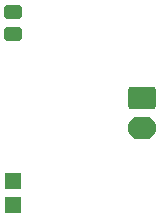
<source format=gbr>
%TF.GenerationSoftware,KiCad,Pcbnew,7.0.6*%
%TF.CreationDate,2025-06-23T03:35:23-07:00*%
%TF.ProjectId,LED Project,4c454420-5072-46f6-9a65-63742e6b6963,rev?*%
%TF.SameCoordinates,Original*%
%TF.FileFunction,Soldermask,Top*%
%TF.FilePolarity,Negative*%
%FSLAX46Y46*%
G04 Gerber Fmt 4.6, Leading zero omitted, Abs format (unit mm)*
G04 Created by KiCad (PCBNEW 7.0.6) date 2025-06-23 03:35:23*
%MOMM*%
%LPD*%
G01*
G04 APERTURE LIST*
G04 Aperture macros list*
%AMRoundRect*
0 Rectangle with rounded corners*
0 $1 Rounding radius*
0 $2 $3 $4 $5 $6 $7 $8 $9 X,Y pos of 4 corners*
0 Add a 4 corners polygon primitive as box body*
4,1,4,$2,$3,$4,$5,$6,$7,$8,$9,$2,$3,0*
0 Add four circle primitives for the rounded corners*
1,1,$1+$1,$2,$3*
1,1,$1+$1,$4,$5*
1,1,$1+$1,$6,$7*
1,1,$1+$1,$8,$9*
0 Add four rect primitives between the rounded corners*
20,1,$1+$1,$2,$3,$4,$5,0*
20,1,$1+$1,$4,$5,$6,$7,0*
20,1,$1+$1,$6,$7,$8,$9,0*
20,1,$1+$1,$8,$9,$2,$3,0*%
G04 Aperture macros list end*
%ADD10RoundRect,0.350000X-0.450000X0.262500X-0.450000X-0.262500X0.450000X-0.262500X0.450000X0.262500X0*%
%ADD11RoundRect,0.100000X0.600000X-0.600000X0.600000X0.600000X-0.600000X0.600000X-0.600000X-0.600000X0*%
%ADD12RoundRect,0.350000X-0.845000X0.620000X-0.845000X-0.620000X0.845000X-0.620000X0.845000X0.620000X0*%
%ADD13O,2.390000X1.940000*%
G04 APERTURE END LIST*
D10*
%TO.C,R1*%
X104140000Y-87200000D03*
X104140000Y-89025000D03*
%TD*%
D11*
%TO.C,D1*%
X104140000Y-101500000D03*
X104140000Y-103500000D03*
%TD*%
D12*
%TO.C,J1*%
X115000000Y-94500000D03*
D13*
X115000000Y-97040000D03*
%TD*%
M02*

</source>
